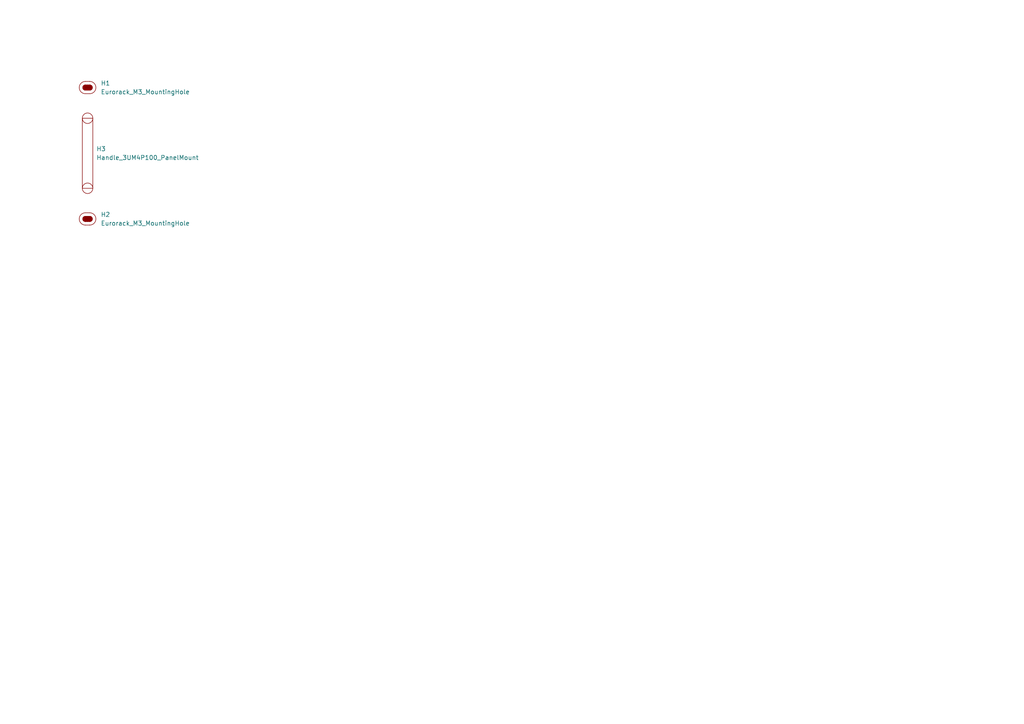
<source format=kicad_sch>
(kicad_sch (version 20250114) (generator "eeschema") (generator_version "9.0")
  (paper "A4")
  (lib_symbols
    (symbol "EXC:Eurorack_M3_MountingHole" (pin_names (offset 1.016))
      (property "Reference" "H" (at 0 5.08 0))
      (property "Value" "Eurorack_M3_MountingHole" (at 0 3.175 0))
      (symbol "Eurorack_M3_MountingHole_0_1"
        (polyline (pts (xy -0.635 0.762) (xy 0.635 0.762)))
        (circle (center -0.635 0) (radius 0.762) (fill (type outline)))
        (arc (start -0.635 -0.762) (mid -1.397 0) (end -0.635 0.762))
        (arc (start -0.635 -1.778) (mid -2.413 0) (end -0.635 1.778))
        (polyline (pts (xy -0.635 -0.762) (xy 0.635 -0.762)))
        (polyline (pts (xy -0.635 -1.778) (xy 0.635 -1.778)))
        (circle (center 0 0) (radius 0.762) (fill (type outline)))
        (polyline (pts (xy 0.635 1.778) (xy -0.635 1.778)))
        (arc (start 0.6141 1.778) (mid 2.4131 0) (end 0.6141 -1.778))
        (arc (start 0.6227 0.762) (mid 1.3971 0) (end 0.6227 -0.762))
        (circle (center 0.635 0) (radius 0.762) (fill (type outline)))
      )
    )
    (symbol "EXC:Handle_3UM4P100_A"
      (property "Reference" "H" (at 0 -2.794 0))
      (property "Value" "Handle_3UM4P100_PanelMount" (at 0.254 -25.146 0))
      (symbol "Handle_3UM4P100_A_0_1"
        (rectangle (start -1.524 0) (end 1.524 -20.32))
        (circle (center 0 0) (radius 1.524))
        (circle (center 0 -20.32) (radius 1.524))
      )
    )
  )
  (symbol (lib_id "EXC:Eurorack_M3_MountingHole") (at 25.4 25.4 0) (unit 1)
    (property "Reference" "H1" (at 29.21 24.1299 0) (effects (justify left)))
    (property "Value" "Eurorack_M3_MountingHole" (at 29.21 26.6699 0) (effects (justify left)))
    (property "Footprint" "EXC:MountingHole_3.2mm_M3" (effects (hide yes)))
    (property "Description" "Mounting Hole without connection" (effects (hide yes)))
  )
  (symbol (lib_id "EXC:Handle_3UM4P100_A") (at 25.4 34.29 0) (unit 1)
    (property "Reference" "H3" (at 27.94 43.1799 0) (effects (justify left)))
    (property "Value" "Handle_3UM4P100_PanelMount" (at 27.94 45.7199 0) (effects (justify left)))
    (property "Footprint" "EXC:Handle_3UM4P100_A" (effects (hide yes)))
    (property "Datasheet" "https://ae-pic-a1.aliexpress-media.com/kf/Sad31a7a115c54e08a124ccf5d0f4e5e8r.jpg_960x960q75.jpg" (effects (hide yes)))
    (property "Description" "The part of the 100mm handle that has the holes for the mounting screws" (effects (hide yes)))
    (property "Source" "https://www.aliexpress.com/item/1005007166949940.html" (effects (hide yes)))
  )
  (symbol (lib_id "EXC:Eurorack_M3_MountingHole") (at 25.4 63.5 0) (unit 1)
    (property "Reference" "H2" (at 29.21 62.2299 0) (effects (justify left)))
    (property "Value" "Eurorack_M3_MountingHole" (at 29.21 64.7699 0) (effects (justify left)))
    (property "Footprint" "EXC:MountingHole_3.2mm_M3" (effects (hide yes)))
    (property "Description" "Mounting Hole without connection" (effects (hide yes)))
  )
)
</source>
